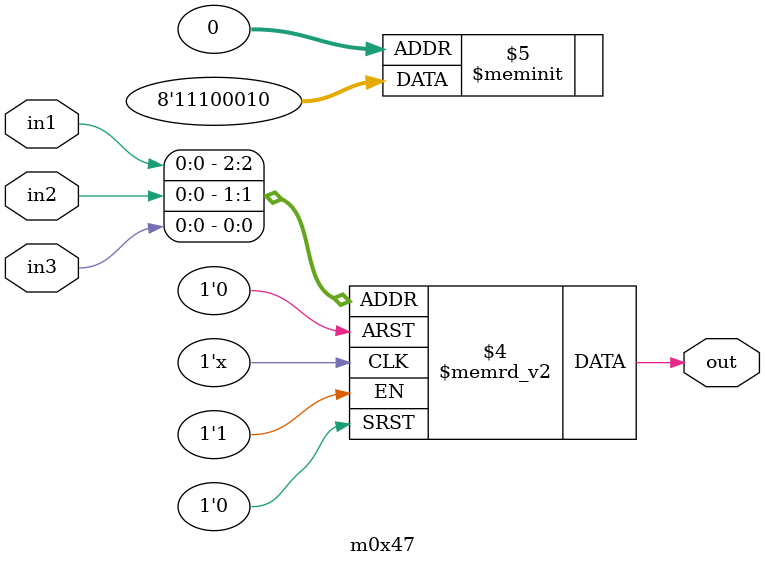
<source format=v>
module m0x47(output out, input in1, in2, in3);

   always @(in1, in2, in3)
     begin
        case({in1, in2, in3})
          3'b000: {out} = 1'b0;
          3'b001: {out} = 1'b1;
          3'b010: {out} = 1'b0;
          3'b011: {out} = 1'b0;
          3'b100: {out} = 1'b0;
          3'b101: {out} = 1'b1;
          3'b110: {out} = 1'b1;
          3'b111: {out} = 1'b1;
        endcase // case ({in1, in2, in3})
     end // always @ (in1, in2, in3)

endmodule // m0x47
</source>
